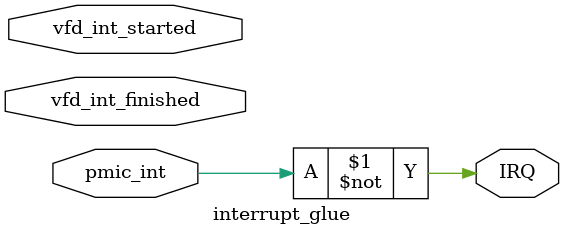
<source format=v>
module interrupt_glue (
    output  wire            IRQ,

    (* X_INTERFACE_INFO = "xilinx.com:signal:interrupt:1.0 pmic_int INTERRUPT" *)
    (* X_INTERFACE_PARAMETER = "SENSITIVITY LEVEL_LOW" *)
    input   wire            pmic_int,

    (* X_INTERFACE_INFO = "xilinx.com:signal:interrupt:1.0 vfd_int_started INTERRUPT" *)
    (* X_INTERFACE_PARAMETER = "SENSITIVITY LEVEL_HIGH" *)
    input   wire            vfd_int_started,
        (* X_INTERFACE_INFO = "xilinx.com:signal:interrupt:1.0 vfd_int_finished INTERRUPT" *)
    (* X_INTERFACE_PARAMETER = "SENSITIVITY LEVEL_HIGH" *)
    input   wire            vfd_int_finished
);

    assign IRQ = ~pmic_int;

endmodule
</source>
